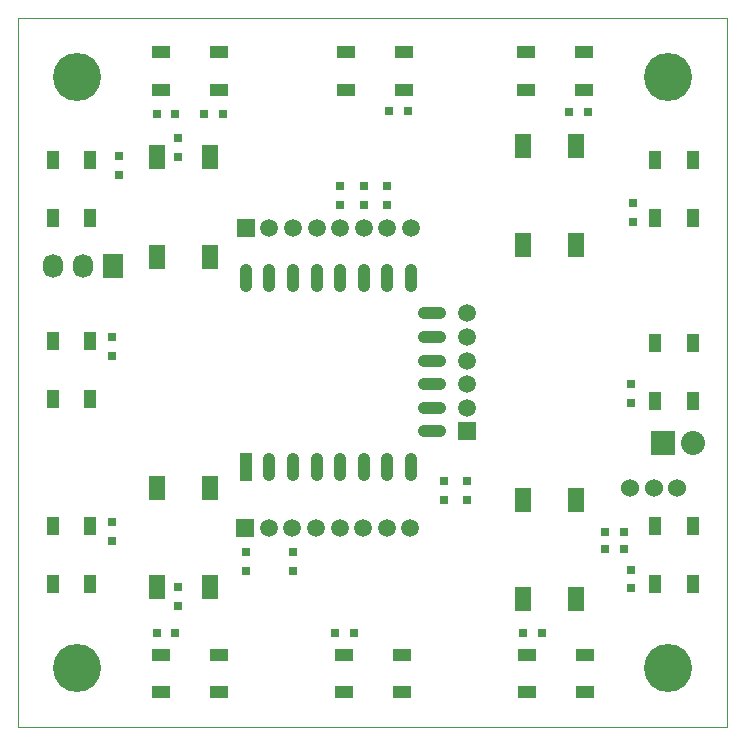
<source format=gbr>
G04 #@! TF.FileFunction,Soldermask,Top*
%FSLAX46Y46*%
G04 Gerber Fmt 4.6, Leading zero omitted, Abs format (unit mm)*
G04 Created by KiCad (PCBNEW 4.0.2-stable) date Friday, May 27, 2016 'pmt' 03:10:38 pm*
%MOMM*%
G01*
G04 APERTURE LIST*
%ADD10C,0.100000*%
%ADD11R,0.800100X0.800100*%
%ADD12R,1.500000X1.000000*%
%ADD13R,1.000000X1.500000*%
%ADD14R,2.032000X2.032000*%
%ADD15O,2.032000X2.032000*%
%ADD16R,1.727200X2.032000*%
%ADD17O,1.727200X2.032000*%
%ADD18O,2.400000X1.100000*%
%ADD19R,1.100000X2.400000*%
%ADD20O,1.100000X2.400000*%
%ADD21C,1.500000*%
%ADD22R,1.500000X1.500000*%
%ADD23R,1.399540X2.100580*%
%ADD24C,4.064000*%
%ADD25C,1.524000*%
G04 APERTURE END LIST*
D10*
X14300000Y-13700000D02*
X74300000Y-13700000D01*
X74300000Y-73700000D02*
X74300000Y-13700000D01*
X14300000Y-73700000D02*
X74300000Y-73700000D01*
X14300000Y-13700000D02*
X14300000Y-73700000D01*
D11*
X29999900Y-21800000D03*
X31600100Y-21800000D03*
X45699900Y-21600000D03*
X47300100Y-21600000D03*
X60899900Y-21700000D03*
X62500100Y-21700000D03*
X66300000Y-29399900D03*
X66300000Y-31000100D03*
X52300000Y-52899900D03*
X52300000Y-54500100D03*
X50300000Y-52899900D03*
X50300000Y-54500100D03*
X66200000Y-44699900D03*
X66200000Y-46300100D03*
X66200000Y-60399900D03*
X66200000Y-62000100D03*
X58600100Y-65800000D03*
X56999900Y-65800000D03*
X42700100Y-65800000D03*
X41099900Y-65800000D03*
X27600100Y-65800000D03*
X25999900Y-65800000D03*
X22200000Y-58000100D03*
X22200000Y-56399900D03*
X22200000Y-42300100D03*
X22200000Y-40699900D03*
X22800000Y-27000100D03*
X22800000Y-25399900D03*
D12*
X26350000Y-16600000D03*
X26350000Y-19800000D03*
X31250000Y-19800000D03*
X31250000Y-16600000D03*
X42050000Y-16600000D03*
X42050000Y-19800000D03*
X46950000Y-19800000D03*
X46950000Y-16600000D03*
X57300000Y-16600000D03*
X57300000Y-19800000D03*
X62200000Y-19800000D03*
X62200000Y-16600000D03*
D13*
X71400000Y-25750000D03*
X68200000Y-25750000D03*
X68200000Y-30650000D03*
X71400000Y-30650000D03*
X71400000Y-41250000D03*
X68200000Y-41250000D03*
X68200000Y-46150000D03*
X71400000Y-46150000D03*
X71400000Y-56750000D03*
X68200000Y-56750000D03*
X68200000Y-61650000D03*
X71400000Y-61650000D03*
D12*
X62250000Y-70800000D03*
X62250000Y-67600000D03*
X57350000Y-67600000D03*
X57350000Y-70800000D03*
X46750000Y-70800000D03*
X46750000Y-67600000D03*
X41850000Y-67600000D03*
X41850000Y-70800000D03*
X31250000Y-70800000D03*
X31250000Y-67600000D03*
X26350000Y-67600000D03*
X26350000Y-70800000D03*
D13*
X17200000Y-61650000D03*
X20400000Y-61650000D03*
X20400000Y-56750000D03*
X17200000Y-56750000D03*
X17200000Y-45950000D03*
X20400000Y-45950000D03*
X20400000Y-41050000D03*
X17200000Y-41050000D03*
X17200000Y-30650000D03*
X20400000Y-30650000D03*
X20400000Y-25750000D03*
X17200000Y-25750000D03*
D14*
X68900000Y-49700000D03*
D15*
X71440000Y-49700000D03*
D16*
X22300000Y-34700000D03*
D17*
X19760000Y-34700000D03*
X17220000Y-34700000D03*
D11*
X37550000Y-60500100D03*
X37550000Y-58899900D03*
X33550000Y-60500100D03*
X33550000Y-58899900D03*
X41550000Y-27899900D03*
X41550000Y-29500100D03*
X43550000Y-27899900D03*
X43550000Y-29500100D03*
X25999900Y-21800000D03*
X27600100Y-21800000D03*
X45550000Y-29500100D03*
X45550000Y-27899900D03*
D18*
X49300000Y-48710000D03*
X49300000Y-46710000D03*
X49300000Y-44710000D03*
X49300000Y-42710000D03*
X49300000Y-40710000D03*
X49300000Y-38710000D03*
D19*
X33550000Y-51700000D03*
D20*
X35550000Y-51700000D03*
X37550000Y-51700000D03*
X39550000Y-51700000D03*
X41550000Y-51700000D03*
X43550000Y-51700000D03*
X45550000Y-51700000D03*
X47550000Y-51700000D03*
X47550000Y-35700000D03*
X45550000Y-35700000D03*
X43550000Y-35700000D03*
X41550000Y-35700000D03*
X39550000Y-35700000D03*
X37550000Y-35700000D03*
X35550000Y-35700000D03*
X33550000Y-35700000D03*
D21*
X47500000Y-56900000D03*
X45500000Y-56900000D03*
X43500000Y-56900000D03*
X41500000Y-56900000D03*
X39500000Y-56900000D03*
X37500000Y-56900000D03*
D22*
X33500000Y-56900000D03*
D21*
X35500000Y-56900000D03*
X47550000Y-31500000D03*
X45550000Y-31500000D03*
X43550000Y-31500000D03*
X41550000Y-31500000D03*
X39550000Y-31500000D03*
X37550000Y-31500000D03*
D22*
X33550000Y-31500000D03*
D21*
X35550000Y-31500000D03*
X52300000Y-38700000D03*
X52300000Y-40700000D03*
X52300000Y-42700000D03*
X52300000Y-44700000D03*
D22*
X52300000Y-48700000D03*
D21*
X52300000Y-46700000D03*
D23*
X61550440Y-54498840D03*
X57049560Y-54498840D03*
X57049560Y-62901160D03*
X61550440Y-62901160D03*
X57049560Y-32901160D03*
X61550440Y-32901160D03*
X61550440Y-24498840D03*
X57049560Y-24498840D03*
D24*
X69300000Y-68700000D03*
X19300000Y-68700000D03*
X69300000Y-18700000D03*
X19300000Y-18700000D03*
D11*
X27800000Y-63500100D03*
X27800000Y-61899900D03*
X27800000Y-23899900D03*
X27800000Y-25500100D03*
D25*
X66101020Y-53500000D03*
X68100000Y-53500000D03*
X70098980Y-53500000D03*
D23*
X30550440Y-25498840D03*
X26049560Y-25498840D03*
X26049560Y-33901160D03*
X30550440Y-33901160D03*
X30550440Y-53498840D03*
X26049560Y-53498840D03*
X26049560Y-61901160D03*
X30550440Y-61901160D03*
D11*
X65600100Y-57200000D03*
X63999900Y-57200000D03*
X63999900Y-58700000D03*
X65600100Y-58700000D03*
M02*

</source>
